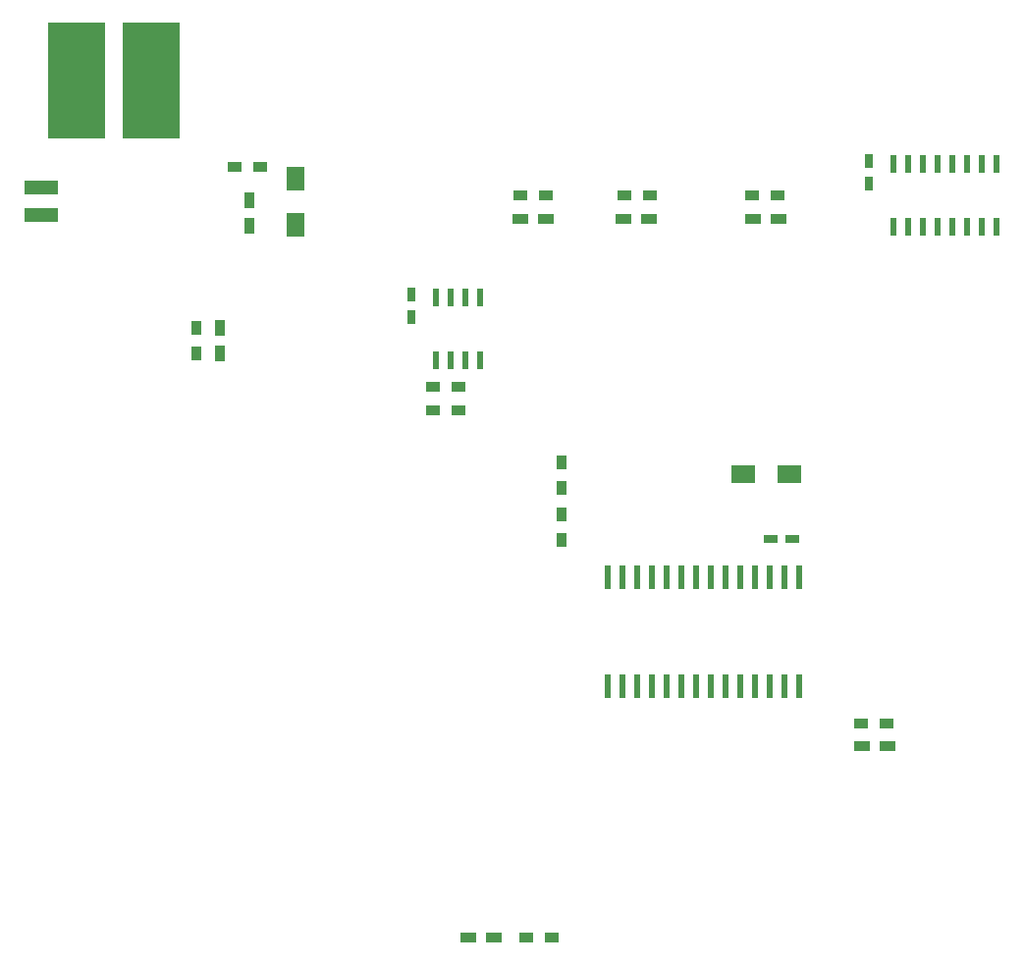
<source format=gtp>
G04 #@! TF.GenerationSoftware,KiCad,Pcbnew,5.1.5*
G04 #@! TF.CreationDate,2019-12-29T16:55:21+09:00*
G04 #@! TF.ProjectId,Sync-chan,53796e63-2d63-4686-916e-2e6b69636164,rev?*
G04 #@! TF.SameCoordinates,Original*
G04 #@! TF.FileFunction,Paste,Top*
G04 #@! TF.FilePolarity,Positive*
%FSLAX46Y46*%
G04 Gerber Fmt 4.6, Leading zero omitted, Abs format (unit mm)*
G04 Created by KiCad (PCBNEW 5.1.5) date 2019-12-29 16:55:21*
%MOMM*%
%LPD*%
G04 APERTURE LIST*
%ADD10R,0.900000X1.200000*%
%ADD11R,1.400000X0.900000*%
%ADD12R,1.600000X2.000000*%
%ADD13R,0.750000X1.200000*%
%ADD14R,1.200000X0.750000*%
%ADD15R,2.000000X1.600000*%
%ADD16R,2.860000X1.200000*%
%ADD17R,0.900000X1.400000*%
%ADD18R,1.200000X0.900000*%
%ADD19R,5.000000X10.000000*%
%ADD20R,0.600000X1.550000*%
%ADD21R,0.600000X1.500000*%
%ADD22R,0.600000X2.000000*%
G04 APERTURE END LIST*
D10*
X157450000Y-91000000D03*
X157450000Y-93200000D03*
D11*
X149400000Y-132000000D03*
X151600000Y-132000000D03*
X165000000Y-70000000D03*
X162800000Y-70000000D03*
X153900000Y-70000000D03*
X156100000Y-70000000D03*
D12*
X134500000Y-70500000D03*
X134500000Y-66500000D03*
D13*
X144500000Y-76550000D03*
X144500000Y-78450000D03*
D14*
X175500000Y-97600000D03*
X177400000Y-97600000D03*
D15*
X173100000Y-92050000D03*
X177100000Y-92050000D03*
D13*
X184000000Y-66950000D03*
X184000000Y-65050000D03*
D16*
X112570000Y-69700000D03*
X112570000Y-67300000D03*
D17*
X130500000Y-70600000D03*
X130500000Y-68400000D03*
X128000000Y-79400000D03*
X128000000Y-81600000D03*
D11*
X176200000Y-70000000D03*
X174000000Y-70000000D03*
X183400000Y-115500000D03*
X185600000Y-115500000D03*
D18*
X129300000Y-65500000D03*
X131500000Y-65500000D03*
D10*
X157450000Y-95500000D03*
X157450000Y-97700000D03*
X126000000Y-79400000D03*
X126000000Y-81600000D03*
D18*
X148600000Y-84500000D03*
X146400000Y-84500000D03*
X146400000Y-86500000D03*
X148600000Y-86500000D03*
X176100000Y-68000000D03*
X173900000Y-68000000D03*
X156600000Y-132000000D03*
X154400000Y-132000000D03*
X162900000Y-68000000D03*
X165100000Y-68000000D03*
X156100000Y-68000000D03*
X153900000Y-68000000D03*
X185500000Y-113500000D03*
X183300000Y-113500000D03*
D19*
X122100000Y-58100000D03*
X115600000Y-58100000D03*
D20*
X146595000Y-76800000D03*
X147865000Y-76800000D03*
X149135000Y-76800000D03*
X150405000Y-76800000D03*
X150405000Y-82200000D03*
X149135000Y-82200000D03*
X147865000Y-82200000D03*
X146595000Y-82200000D03*
D21*
X186055000Y-65300000D03*
X187325000Y-65300000D03*
X188595000Y-65300000D03*
X189865000Y-65300000D03*
X191135000Y-65300000D03*
X192405000Y-65300000D03*
X193675000Y-65300000D03*
X194945000Y-65300000D03*
X194945000Y-70700000D03*
X193675000Y-70700000D03*
X192405000Y-70700000D03*
X191135000Y-70700000D03*
X189865000Y-70700000D03*
X188595000Y-70700000D03*
X187325000Y-70700000D03*
X186055000Y-70700000D03*
D22*
X161445000Y-100900000D03*
X162715000Y-100900000D03*
X163985000Y-100900000D03*
X165255000Y-100900000D03*
X166525000Y-100900000D03*
X167795000Y-100900000D03*
X169065000Y-100900000D03*
X170335000Y-100900000D03*
X171605000Y-100900000D03*
X172875000Y-100900000D03*
X174145000Y-100900000D03*
X175415000Y-100900000D03*
X176685000Y-100900000D03*
X177955000Y-100900000D03*
X177955000Y-110300000D03*
X176685000Y-110300000D03*
X175415000Y-110300000D03*
X174145000Y-110300000D03*
X172875000Y-110300000D03*
X171605000Y-110300000D03*
X170335000Y-110300000D03*
X169065000Y-110300000D03*
X167795000Y-110300000D03*
X166525000Y-110300000D03*
X165255000Y-110300000D03*
X163985000Y-110300000D03*
X162715000Y-110300000D03*
X161445000Y-110300000D03*
M02*

</source>
